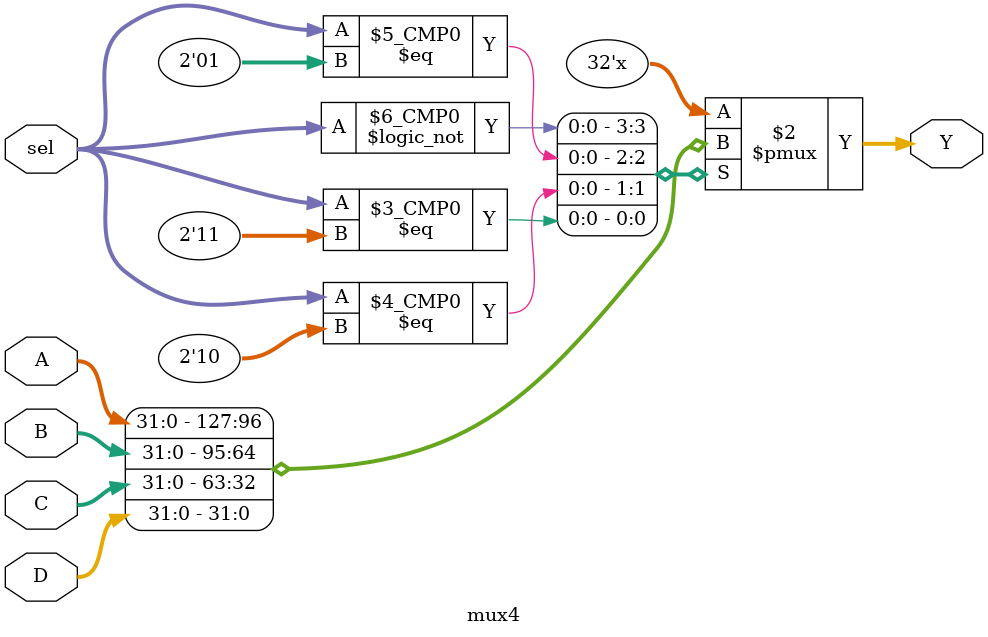
<source format=v>
`timescale 1ns / 1ps

module mux4 (
    input  wire [31:0] A,B,C,D,
    input  wire [1:0] sel,
    output reg  [31:0] Y
);
    always @(*) begin
        case (sel)
            2'b00: Y = A;
            2'b01: Y = B;
            2'b10: Y = C;
            2'b11: Y = D;
            default: Y = A;
        endcase
    end
    
endmodule

</source>
